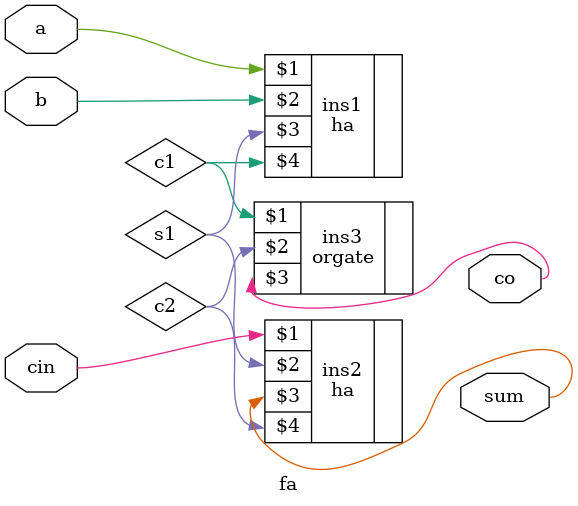
<source format=v>
module fa(a,b,cin,sum,co);

input a,b,cin;
output sum,co;

ha ins1(a,b,s1,c1),
   ins2(cin,s1,sum,c2);

orgate ins3(c1,c2,co);


endmodule

</source>
